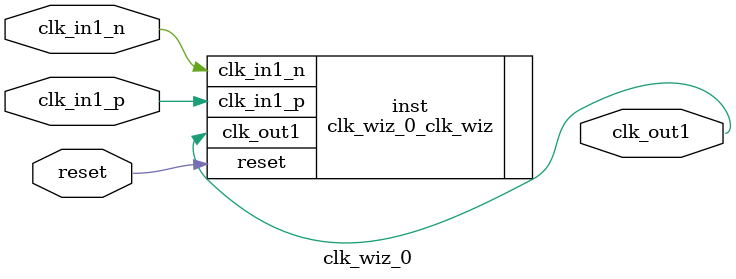
<source format=v>


`timescale 1ps/1ps

(* CORE_GENERATION_INFO = "clk_wiz_0,clk_wiz_v5_4_0_0,{component_name=clk_wiz_0,use_phase_alignment=true,use_min_o_jitter=false,use_max_i_jitter=false,use_dyn_phase_shift=false,use_inclk_switchover=false,use_dyn_reconfig=false,enable_axi=0,feedback_source=FDBK_AUTO,PRIMITIVE=MMCM,num_out_clk=1,clkin1_period=5.000,clkin2_period=10.0,use_power_down=false,use_reset=true,use_locked=false,use_inclk_stopped=false,feedback_type=SINGLE,CLOCK_MGR_TYPE=NA,manual_override=false}" *)

module clk_wiz_0 
 (
  // Clock out ports
  output        clk_out1,
  // Status and control signals
  input         reset,
 // Clock in ports
  input         clk_in1_p,
  input         clk_in1_n
 );

  clk_wiz_0_clk_wiz inst
  (
  // Clock out ports  
  .clk_out1(clk_out1),
  // Status and control signals               
  .reset(reset), 
 // Clock in ports
  .clk_in1_p(clk_in1_p),
  .clk_in1_n(clk_in1_n)
  );

endmodule

</source>
